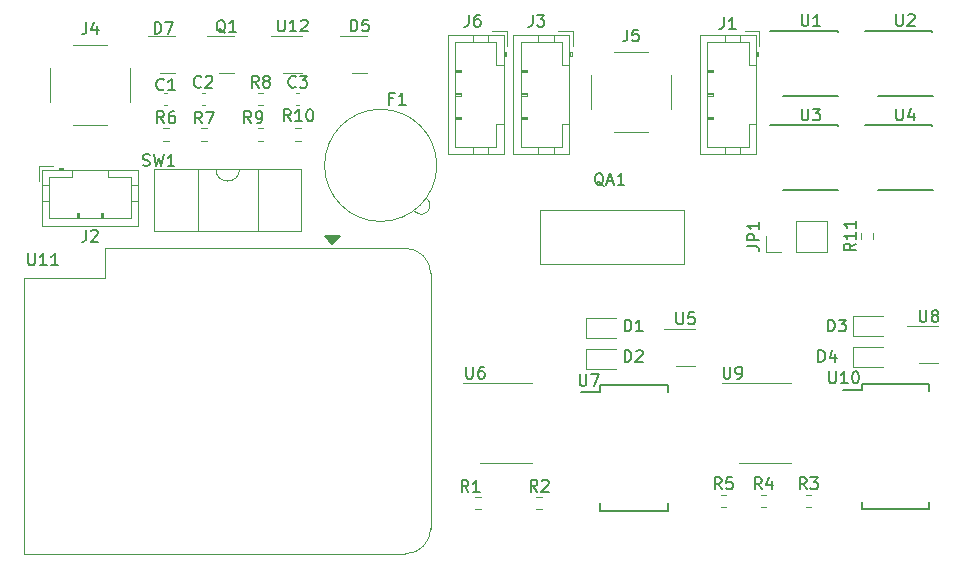
<source format=gbr>
%TF.GenerationSoftware,KiCad,Pcbnew,(6.0.7)*%
%TF.CreationDate,2023-09-13T17:05:02+02:00*%
%TF.ProjectId,freqcount1.1,66726571-636f-4756-9e74-312e312e6b69,rev?*%
%TF.SameCoordinates,PX2562500PY632ea00*%
%TF.FileFunction,Legend,Top*%
%TF.FilePolarity,Positive*%
%FSLAX46Y46*%
G04 Gerber Fmt 4.6, Leading zero omitted, Abs format (unit mm)*
G04 Created by KiCad (PCBNEW (6.0.7)) date 2023-09-13 17:05:02*
%MOMM*%
%LPD*%
G01*
G04 APERTURE LIST*
%ADD10C,0.150000*%
%ADD11C,0.120000*%
G04 APERTURE END LIST*
D10*
%TO.C,D2*%
X51261904Y17147620D02*
X51261904Y18147620D01*
X51500000Y18147620D01*
X51642857Y18100000D01*
X51738095Y18004762D01*
X51785714Y17909524D01*
X51833333Y17719048D01*
X51833333Y17576191D01*
X51785714Y17385715D01*
X51738095Y17290477D01*
X51642857Y17195239D01*
X51500000Y17147620D01*
X51261904Y17147620D01*
X52214285Y18052381D02*
X52261904Y18100000D01*
X52357142Y18147620D01*
X52595238Y18147620D01*
X52690476Y18100000D01*
X52738095Y18052381D01*
X52785714Y17957143D01*
X52785714Y17861905D01*
X52738095Y17719048D01*
X52166666Y17147620D01*
X52785714Y17147620D01*
%TO.C,R5*%
X59458333Y6377620D02*
X59125000Y6853810D01*
X58886904Y6377620D02*
X58886904Y7377620D01*
X59267857Y7377620D01*
X59363095Y7330000D01*
X59410714Y7282381D01*
X59458333Y7187143D01*
X59458333Y7044286D01*
X59410714Y6949048D01*
X59363095Y6901429D01*
X59267857Y6853810D01*
X58886904Y6853810D01*
X60363095Y7377620D02*
X59886904Y7377620D01*
X59839285Y6901429D01*
X59886904Y6949048D01*
X59982142Y6996667D01*
X60220238Y6996667D01*
X60315476Y6949048D01*
X60363095Y6901429D01*
X60410714Y6806191D01*
X60410714Y6568096D01*
X60363095Y6472858D01*
X60315476Y6425239D01*
X60220238Y6377620D01*
X59982142Y6377620D01*
X59886904Y6425239D01*
X59839285Y6472858D01*
%TO.C,U5*%
X55638095Y21347620D02*
X55638095Y20538096D01*
X55685714Y20442858D01*
X55733333Y20395239D01*
X55828571Y20347620D01*
X56019047Y20347620D01*
X56114285Y20395239D01*
X56161904Y20442858D01*
X56209523Y20538096D01*
X56209523Y21347620D01*
X57161904Y21347620D02*
X56685714Y21347620D01*
X56638095Y20871429D01*
X56685714Y20919048D01*
X56780952Y20966667D01*
X57019047Y20966667D01*
X57114285Y20919048D01*
X57161904Y20871429D01*
X57209523Y20776191D01*
X57209523Y20538096D01*
X57161904Y20442858D01*
X57114285Y20395239D01*
X57019047Y20347620D01*
X56780952Y20347620D01*
X56685714Y20395239D01*
X56638095Y20442858D01*
%TO.C,U12*%
X21899404Y46147620D02*
X21899404Y45338096D01*
X21947023Y45242858D01*
X21994642Y45195239D01*
X22089880Y45147620D01*
X22280357Y45147620D01*
X22375595Y45195239D01*
X22423214Y45242858D01*
X22470833Y45338096D01*
X22470833Y46147620D01*
X23470833Y45147620D02*
X22899404Y45147620D01*
X23185119Y45147620D02*
X23185119Y46147620D01*
X23089880Y46004762D01*
X22994642Y45909524D01*
X22899404Y45861905D01*
X23851785Y46052381D02*
X23899404Y46100000D01*
X23994642Y46147620D01*
X24232738Y46147620D01*
X24327976Y46100000D01*
X24375595Y46052381D01*
X24423214Y45957143D01*
X24423214Y45861905D01*
X24375595Y45719048D01*
X23804166Y45147620D01*
X24423214Y45147620D01*
%TO.C,R2*%
X43858333Y6177620D02*
X43525000Y6653810D01*
X43286904Y6177620D02*
X43286904Y7177620D01*
X43667857Y7177620D01*
X43763095Y7130000D01*
X43810714Y7082381D01*
X43858333Y6987143D01*
X43858333Y6844286D01*
X43810714Y6749048D01*
X43763095Y6701429D01*
X43667857Y6653810D01*
X43286904Y6653810D01*
X44239285Y7082381D02*
X44286904Y7130000D01*
X44382142Y7177620D01*
X44620238Y7177620D01*
X44715476Y7130000D01*
X44763095Y7082381D01*
X44810714Y6987143D01*
X44810714Y6891905D01*
X44763095Y6749048D01*
X44191666Y6177620D01*
X44810714Y6177620D01*
%TO.C,U11*%
X761904Y26347620D02*
X761904Y25538096D01*
X809523Y25442858D01*
X857142Y25395239D01*
X952380Y25347620D01*
X1142857Y25347620D01*
X1238095Y25395239D01*
X1285714Y25442858D01*
X1333333Y25538096D01*
X1333333Y26347620D01*
X2333333Y25347620D02*
X1761904Y25347620D01*
X2047619Y25347620D02*
X2047619Y26347620D01*
X1952380Y26204762D01*
X1857142Y26109524D01*
X1761904Y26061905D01*
X3285714Y25347620D02*
X2714285Y25347620D01*
X3000000Y25347620D02*
X3000000Y26347620D01*
X2904761Y26204762D01*
X2809523Y26109524D01*
X2714285Y26061905D01*
%TO.C,JP1*%
X61647380Y26966667D02*
X62361666Y26966667D01*
X62504523Y26919048D01*
X62599761Y26823810D01*
X62647380Y26680953D01*
X62647380Y26585715D01*
X62647380Y27442858D02*
X61647380Y27442858D01*
X61647380Y27823810D01*
X61695000Y27919048D01*
X61742619Y27966667D01*
X61837857Y28014286D01*
X61980714Y28014286D01*
X62075952Y27966667D01*
X62123571Y27919048D01*
X62171190Y27823810D01*
X62171190Y27442858D01*
X62647380Y28966667D02*
X62647380Y28395239D01*
X62647380Y28680953D02*
X61647380Y28680953D01*
X61790238Y28585715D01*
X61885476Y28490477D01*
X61933095Y28395239D01*
%TO.C,R3*%
X66658333Y6377620D02*
X66325000Y6853810D01*
X66086904Y6377620D02*
X66086904Y7377620D01*
X66467857Y7377620D01*
X66563095Y7330000D01*
X66610714Y7282381D01*
X66658333Y7187143D01*
X66658333Y7044286D01*
X66610714Y6949048D01*
X66563095Y6901429D01*
X66467857Y6853810D01*
X66086904Y6853810D01*
X66991666Y7377620D02*
X67610714Y7377620D01*
X67277380Y6996667D01*
X67420238Y6996667D01*
X67515476Y6949048D01*
X67563095Y6901429D01*
X67610714Y6806191D01*
X67610714Y6568096D01*
X67563095Y6472858D01*
X67515476Y6425239D01*
X67420238Y6377620D01*
X67134523Y6377620D01*
X67039285Y6425239D01*
X66991666Y6472858D01*
%TO.C,J2*%
X5666666Y28347620D02*
X5666666Y27633334D01*
X5619047Y27490477D01*
X5523809Y27395239D01*
X5380952Y27347620D01*
X5285714Y27347620D01*
X6095238Y28252381D02*
X6142857Y28300000D01*
X6238095Y28347620D01*
X6476190Y28347620D01*
X6571428Y28300000D01*
X6619047Y28252381D01*
X6666666Y28157143D01*
X6666666Y28061905D01*
X6619047Y27919048D01*
X6047619Y27347620D01*
X6666666Y27347620D01*
%TO.C,C1*%
X12233333Y40242858D02*
X12185714Y40195239D01*
X12042857Y40147620D01*
X11947619Y40147620D01*
X11804761Y40195239D01*
X11709523Y40290477D01*
X11661904Y40385715D01*
X11614285Y40576191D01*
X11614285Y40719048D01*
X11661904Y40909524D01*
X11709523Y41004762D01*
X11804761Y41100000D01*
X11947619Y41147620D01*
X12042857Y41147620D01*
X12185714Y41100000D01*
X12233333Y41052381D01*
X13185714Y40147620D02*
X12614285Y40147620D01*
X12900000Y40147620D02*
X12900000Y41147620D01*
X12804761Y41004762D01*
X12709523Y40909524D01*
X12614285Y40861905D01*
%TO.C,J6*%
X38066666Y46547620D02*
X38066666Y45833334D01*
X38019047Y45690477D01*
X37923809Y45595239D01*
X37780952Y45547620D01*
X37685714Y45547620D01*
X38971428Y46547620D02*
X38780952Y46547620D01*
X38685714Y46500000D01*
X38638095Y46452381D01*
X38542857Y46309524D01*
X38495238Y46119048D01*
X38495238Y45738096D01*
X38542857Y45642858D01*
X38590476Y45595239D01*
X38685714Y45547620D01*
X38876190Y45547620D01*
X38971428Y45595239D01*
X39019047Y45642858D01*
X39066666Y45738096D01*
X39066666Y45976191D01*
X39019047Y46071429D01*
X38971428Y46119048D01*
X38876190Y46166667D01*
X38685714Y46166667D01*
X38590476Y46119048D01*
X38542857Y46071429D01*
X38495238Y45976191D01*
%TO.C,J4*%
X5666666Y45897620D02*
X5666666Y45183334D01*
X5619047Y45040477D01*
X5523809Y44945239D01*
X5380952Y44897620D01*
X5285714Y44897620D01*
X6571428Y45564286D02*
X6571428Y44897620D01*
X6333333Y45945239D02*
X6095238Y45230953D01*
X6714285Y45230953D01*
%TO.C,J3*%
X43466666Y46547620D02*
X43466666Y45833334D01*
X43419047Y45690477D01*
X43323809Y45595239D01*
X43180952Y45547620D01*
X43085714Y45547620D01*
X43847619Y46547620D02*
X44466666Y46547620D01*
X44133333Y46166667D01*
X44276190Y46166667D01*
X44371428Y46119048D01*
X44419047Y46071429D01*
X44466666Y45976191D01*
X44466666Y45738096D01*
X44419047Y45642858D01*
X44371428Y45595239D01*
X44276190Y45547620D01*
X43990476Y45547620D01*
X43895238Y45595239D01*
X43847619Y45642858D01*
%TO.C,U6*%
X37838095Y16747620D02*
X37838095Y15938096D01*
X37885714Y15842858D01*
X37933333Y15795239D01*
X38028571Y15747620D01*
X38219047Y15747620D01*
X38314285Y15795239D01*
X38361904Y15842858D01*
X38409523Y15938096D01*
X38409523Y16747620D01*
X39314285Y16747620D02*
X39123809Y16747620D01*
X39028571Y16700000D01*
X38980952Y16652381D01*
X38885714Y16509524D01*
X38838095Y16319048D01*
X38838095Y15938096D01*
X38885714Y15842858D01*
X38933333Y15795239D01*
X39028571Y15747620D01*
X39219047Y15747620D01*
X39314285Y15795239D01*
X39361904Y15842858D01*
X39409523Y15938096D01*
X39409523Y16176191D01*
X39361904Y16271429D01*
X39314285Y16319048D01*
X39219047Y16366667D01*
X39028571Y16366667D01*
X38933333Y16319048D01*
X38885714Y16271429D01*
X38838095Y16176191D01*
%TO.C,QA1*%
X49476190Y32052381D02*
X49380952Y32100000D01*
X49285714Y32195239D01*
X49142857Y32338096D01*
X49047619Y32385715D01*
X48952380Y32385715D01*
X49000000Y32147620D02*
X48904761Y32195239D01*
X48809523Y32290477D01*
X48761904Y32480953D01*
X48761904Y32814286D01*
X48809523Y33004762D01*
X48904761Y33100000D01*
X49000000Y33147620D01*
X49190476Y33147620D01*
X49285714Y33100000D01*
X49380952Y33004762D01*
X49428571Y32814286D01*
X49428571Y32480953D01*
X49380952Y32290477D01*
X49285714Y32195239D01*
X49190476Y32147620D01*
X49000000Y32147620D01*
X49809523Y32433334D02*
X50285714Y32433334D01*
X49714285Y32147620D02*
X50047619Y33147620D01*
X50380952Y32147620D01*
X51238095Y32147620D02*
X50666666Y32147620D01*
X50952380Y32147620D02*
X50952380Y33147620D01*
X50857142Y33004762D01*
X50761904Y32909524D01*
X50666666Y32861905D01*
%TO.C,R6*%
X12258333Y37377620D02*
X11925000Y37853810D01*
X11686904Y37377620D02*
X11686904Y38377620D01*
X12067857Y38377620D01*
X12163095Y38330000D01*
X12210714Y38282381D01*
X12258333Y38187143D01*
X12258333Y38044286D01*
X12210714Y37949048D01*
X12163095Y37901429D01*
X12067857Y37853810D01*
X11686904Y37853810D01*
X13115476Y38377620D02*
X12925000Y38377620D01*
X12829761Y38330000D01*
X12782142Y38282381D01*
X12686904Y38139524D01*
X12639285Y37949048D01*
X12639285Y37568096D01*
X12686904Y37472858D01*
X12734523Y37425239D01*
X12829761Y37377620D01*
X13020238Y37377620D01*
X13115476Y37425239D01*
X13163095Y37472858D01*
X13210714Y37568096D01*
X13210714Y37806191D01*
X13163095Y37901429D01*
X13115476Y37949048D01*
X13020238Y37996667D01*
X12829761Y37996667D01*
X12734523Y37949048D01*
X12686904Y37901429D01*
X12639285Y37806191D01*
%TO.C,U1*%
X66238095Y46597620D02*
X66238095Y45788096D01*
X66285714Y45692858D01*
X66333333Y45645239D01*
X66428571Y45597620D01*
X66619047Y45597620D01*
X66714285Y45645239D01*
X66761904Y45692858D01*
X66809523Y45788096D01*
X66809523Y46597620D01*
X67809523Y45597620D02*
X67238095Y45597620D01*
X67523809Y45597620D02*
X67523809Y46597620D01*
X67428571Y46454762D01*
X67333333Y46359524D01*
X67238095Y46311905D01*
%TO.C,U8*%
X76238095Y21547620D02*
X76238095Y20738096D01*
X76285714Y20642858D01*
X76333333Y20595239D01*
X76428571Y20547620D01*
X76619047Y20547620D01*
X76714285Y20595239D01*
X76761904Y20642858D01*
X76809523Y20738096D01*
X76809523Y21547620D01*
X77428571Y21119048D02*
X77333333Y21166667D01*
X77285714Y21214286D01*
X77238095Y21309524D01*
X77238095Y21357143D01*
X77285714Y21452381D01*
X77333333Y21500000D01*
X77428571Y21547620D01*
X77619047Y21547620D01*
X77714285Y21500000D01*
X77761904Y21452381D01*
X77809523Y21357143D01*
X77809523Y21309524D01*
X77761904Y21214286D01*
X77714285Y21166667D01*
X77619047Y21119048D01*
X77428571Y21119048D01*
X77333333Y21071429D01*
X77285714Y21023810D01*
X77238095Y20928572D01*
X77238095Y20738096D01*
X77285714Y20642858D01*
X77333333Y20595239D01*
X77428571Y20547620D01*
X77619047Y20547620D01*
X77714285Y20595239D01*
X77761904Y20642858D01*
X77809523Y20738096D01*
X77809523Y20928572D01*
X77761904Y21023810D01*
X77714285Y21071429D01*
X77619047Y21119048D01*
%TO.C,U7*%
X47438095Y16147620D02*
X47438095Y15338096D01*
X47485714Y15242858D01*
X47533333Y15195239D01*
X47628571Y15147620D01*
X47819047Y15147620D01*
X47914285Y15195239D01*
X47961904Y15242858D01*
X48009523Y15338096D01*
X48009523Y16147620D01*
X48390476Y16147620D02*
X49057142Y16147620D01*
X48628571Y15147620D01*
%TO.C,D7*%
X11461904Y44947620D02*
X11461904Y45947620D01*
X11700000Y45947620D01*
X11842857Y45900000D01*
X11938095Y45804762D01*
X11985714Y45709524D01*
X12033333Y45519048D01*
X12033333Y45376191D01*
X11985714Y45185715D01*
X11938095Y45090477D01*
X11842857Y44995239D01*
X11700000Y44947620D01*
X11461904Y44947620D01*
X12366666Y45947620D02*
X13033333Y45947620D01*
X12604761Y44947620D01*
%TO.C,J5*%
X51466666Y45297620D02*
X51466666Y44583334D01*
X51419047Y44440477D01*
X51323809Y44345239D01*
X51180952Y44297620D01*
X51085714Y44297620D01*
X52419047Y45297620D02*
X51942857Y45297620D01*
X51895238Y44821429D01*
X51942857Y44869048D01*
X52038095Y44916667D01*
X52276190Y44916667D01*
X52371428Y44869048D01*
X52419047Y44821429D01*
X52466666Y44726191D01*
X52466666Y44488096D01*
X52419047Y44392858D01*
X52371428Y44345239D01*
X52276190Y44297620D01*
X52038095Y44297620D01*
X51942857Y44345239D01*
X51895238Y44392858D01*
%TO.C,C2*%
X15408333Y40472858D02*
X15360714Y40425239D01*
X15217857Y40377620D01*
X15122619Y40377620D01*
X14979761Y40425239D01*
X14884523Y40520477D01*
X14836904Y40615715D01*
X14789285Y40806191D01*
X14789285Y40949048D01*
X14836904Y41139524D01*
X14884523Y41234762D01*
X14979761Y41330000D01*
X15122619Y41377620D01*
X15217857Y41377620D01*
X15360714Y41330000D01*
X15408333Y41282381D01*
X15789285Y41282381D02*
X15836904Y41330000D01*
X15932142Y41377620D01*
X16170238Y41377620D01*
X16265476Y41330000D01*
X16313095Y41282381D01*
X16360714Y41187143D01*
X16360714Y41091905D01*
X16313095Y40949048D01*
X15741666Y40377620D01*
X16360714Y40377620D01*
%TO.C,U3*%
X66238095Y38597620D02*
X66238095Y37788096D01*
X66285714Y37692858D01*
X66333333Y37645239D01*
X66428571Y37597620D01*
X66619047Y37597620D01*
X66714285Y37645239D01*
X66761904Y37692858D01*
X66809523Y37788096D01*
X66809523Y38597620D01*
X67190476Y38597620D02*
X67809523Y38597620D01*
X67476190Y38216667D01*
X67619047Y38216667D01*
X67714285Y38169048D01*
X67761904Y38121429D01*
X67809523Y38026191D01*
X67809523Y37788096D01*
X67761904Y37692858D01*
X67714285Y37645239D01*
X67619047Y37597620D01*
X67333333Y37597620D01*
X67238095Y37645239D01*
X67190476Y37692858D01*
%TO.C,D5*%
X28061904Y45147620D02*
X28061904Y46147620D01*
X28300000Y46147620D01*
X28442857Y46100000D01*
X28538095Y46004762D01*
X28585714Y45909524D01*
X28633333Y45719048D01*
X28633333Y45576191D01*
X28585714Y45385715D01*
X28538095Y45290477D01*
X28442857Y45195239D01*
X28300000Y45147620D01*
X28061904Y45147620D01*
X29538095Y46147620D02*
X29061904Y46147620D01*
X29014285Y45671429D01*
X29061904Y45719048D01*
X29157142Y45766667D01*
X29395238Y45766667D01*
X29490476Y45719048D01*
X29538095Y45671429D01*
X29585714Y45576191D01*
X29585714Y45338096D01*
X29538095Y45242858D01*
X29490476Y45195239D01*
X29395238Y45147620D01*
X29157142Y45147620D01*
X29061904Y45195239D01*
X29014285Y45242858D01*
%TO.C,U9*%
X59638095Y16747620D02*
X59638095Y15938096D01*
X59685714Y15842858D01*
X59733333Y15795239D01*
X59828571Y15747620D01*
X60019047Y15747620D01*
X60114285Y15795239D01*
X60161904Y15842858D01*
X60209523Y15938096D01*
X60209523Y16747620D01*
X60733333Y15747620D02*
X60923809Y15747620D01*
X61019047Y15795239D01*
X61066666Y15842858D01*
X61161904Y15985715D01*
X61209523Y16176191D01*
X61209523Y16557143D01*
X61161904Y16652381D01*
X61114285Y16700000D01*
X61019047Y16747620D01*
X60828571Y16747620D01*
X60733333Y16700000D01*
X60685714Y16652381D01*
X60638095Y16557143D01*
X60638095Y16319048D01*
X60685714Y16223810D01*
X60733333Y16176191D01*
X60828571Y16128572D01*
X61019047Y16128572D01*
X61114285Y16176191D01*
X61161904Y16223810D01*
X61209523Y16319048D01*
%TO.C,U2*%
X74238095Y46597620D02*
X74238095Y45788096D01*
X74285714Y45692858D01*
X74333333Y45645239D01*
X74428571Y45597620D01*
X74619047Y45597620D01*
X74714285Y45645239D01*
X74761904Y45692858D01*
X74809523Y45788096D01*
X74809523Y46597620D01*
X75238095Y46502381D02*
X75285714Y46550000D01*
X75380952Y46597620D01*
X75619047Y46597620D01*
X75714285Y46550000D01*
X75761904Y46502381D01*
X75809523Y46407143D01*
X75809523Y46311905D01*
X75761904Y46169048D01*
X75190476Y45597620D01*
X75809523Y45597620D01*
%TO.C,U4*%
X74238095Y38597620D02*
X74238095Y37788096D01*
X74285714Y37692858D01*
X74333333Y37645239D01*
X74428571Y37597620D01*
X74619047Y37597620D01*
X74714285Y37645239D01*
X74761904Y37692858D01*
X74809523Y37788096D01*
X74809523Y38597620D01*
X75714285Y38264286D02*
X75714285Y37597620D01*
X75476190Y38645239D02*
X75238095Y37930953D01*
X75857142Y37930953D01*
%TO.C,R11*%
X70822380Y27182143D02*
X70346190Y26848810D01*
X70822380Y26610715D02*
X69822380Y26610715D01*
X69822380Y26991667D01*
X69870000Y27086905D01*
X69917619Y27134524D01*
X70012857Y27182143D01*
X70155714Y27182143D01*
X70250952Y27134524D01*
X70298571Y27086905D01*
X70346190Y26991667D01*
X70346190Y26610715D01*
X70822380Y28134524D02*
X70822380Y27563096D01*
X70822380Y27848810D02*
X69822380Y27848810D01*
X69965238Y27753572D01*
X70060476Y27658334D01*
X70108095Y27563096D01*
X70822380Y29086905D02*
X70822380Y28515477D01*
X70822380Y28801191D02*
X69822380Y28801191D01*
X69965238Y28705953D01*
X70060476Y28610715D01*
X70108095Y28515477D01*
%TO.C,R4*%
X62858333Y6377620D02*
X62525000Y6853810D01*
X62286904Y6377620D02*
X62286904Y7377620D01*
X62667857Y7377620D01*
X62763095Y7330000D01*
X62810714Y7282381D01*
X62858333Y7187143D01*
X62858333Y7044286D01*
X62810714Y6949048D01*
X62763095Y6901429D01*
X62667857Y6853810D01*
X62286904Y6853810D01*
X63715476Y7044286D02*
X63715476Y6377620D01*
X63477380Y7425239D02*
X63239285Y6710953D01*
X63858333Y6710953D01*
%TO.C,D1*%
X51261904Y19747620D02*
X51261904Y20747620D01*
X51500000Y20747620D01*
X51642857Y20700000D01*
X51738095Y20604762D01*
X51785714Y20509524D01*
X51833333Y20319048D01*
X51833333Y20176191D01*
X51785714Y19985715D01*
X51738095Y19890477D01*
X51642857Y19795239D01*
X51500000Y19747620D01*
X51261904Y19747620D01*
X52785714Y19747620D02*
X52214285Y19747620D01*
X52500000Y19747620D02*
X52500000Y20747620D01*
X52404761Y20604762D01*
X52309523Y20509524D01*
X52214285Y20461905D01*
%TO.C,R10*%
X22982142Y37547620D02*
X22648809Y38023810D01*
X22410714Y37547620D02*
X22410714Y38547620D01*
X22791666Y38547620D01*
X22886904Y38500000D01*
X22934523Y38452381D01*
X22982142Y38357143D01*
X22982142Y38214286D01*
X22934523Y38119048D01*
X22886904Y38071429D01*
X22791666Y38023810D01*
X22410714Y38023810D01*
X23934523Y37547620D02*
X23363095Y37547620D01*
X23648809Y37547620D02*
X23648809Y38547620D01*
X23553571Y38404762D01*
X23458333Y38309524D01*
X23363095Y38261905D01*
X24553571Y38547620D02*
X24648809Y38547620D01*
X24744047Y38500000D01*
X24791666Y38452381D01*
X24839285Y38357143D01*
X24886904Y38166667D01*
X24886904Y37928572D01*
X24839285Y37738096D01*
X24791666Y37642858D01*
X24744047Y37595239D01*
X24648809Y37547620D01*
X24553571Y37547620D01*
X24458333Y37595239D01*
X24410714Y37642858D01*
X24363095Y37738096D01*
X24315476Y37928572D01*
X24315476Y38166667D01*
X24363095Y38357143D01*
X24410714Y38452381D01*
X24458333Y38500000D01*
X24553571Y38547620D01*
%TO.C,U10*%
X68561904Y16347620D02*
X68561904Y15538096D01*
X68609523Y15442858D01*
X68657142Y15395239D01*
X68752380Y15347620D01*
X68942857Y15347620D01*
X69038095Y15395239D01*
X69085714Y15442858D01*
X69133333Y15538096D01*
X69133333Y16347620D01*
X70133333Y15347620D02*
X69561904Y15347620D01*
X69847619Y15347620D02*
X69847619Y16347620D01*
X69752380Y16204762D01*
X69657142Y16109524D01*
X69561904Y16061905D01*
X70752380Y16347620D02*
X70847619Y16347620D01*
X70942857Y16300000D01*
X70990476Y16252381D01*
X71038095Y16157143D01*
X71085714Y15966667D01*
X71085714Y15728572D01*
X71038095Y15538096D01*
X70990476Y15442858D01*
X70942857Y15395239D01*
X70847619Y15347620D01*
X70752380Y15347620D01*
X70657142Y15395239D01*
X70609523Y15442858D01*
X70561904Y15538096D01*
X70514285Y15728572D01*
X70514285Y15966667D01*
X70561904Y16157143D01*
X70609523Y16252381D01*
X70657142Y16300000D01*
X70752380Y16347620D01*
%TO.C,R8*%
X20258333Y40377620D02*
X19925000Y40853810D01*
X19686904Y40377620D02*
X19686904Y41377620D01*
X20067857Y41377620D01*
X20163095Y41330000D01*
X20210714Y41282381D01*
X20258333Y41187143D01*
X20258333Y41044286D01*
X20210714Y40949048D01*
X20163095Y40901429D01*
X20067857Y40853810D01*
X19686904Y40853810D01*
X20829761Y40949048D02*
X20734523Y40996667D01*
X20686904Y41044286D01*
X20639285Y41139524D01*
X20639285Y41187143D01*
X20686904Y41282381D01*
X20734523Y41330000D01*
X20829761Y41377620D01*
X21020238Y41377620D01*
X21115476Y41330000D01*
X21163095Y41282381D01*
X21210714Y41187143D01*
X21210714Y41139524D01*
X21163095Y41044286D01*
X21115476Y40996667D01*
X21020238Y40949048D01*
X20829761Y40949048D01*
X20734523Y40901429D01*
X20686904Y40853810D01*
X20639285Y40758572D01*
X20639285Y40568096D01*
X20686904Y40472858D01*
X20734523Y40425239D01*
X20829761Y40377620D01*
X21020238Y40377620D01*
X21115476Y40425239D01*
X21163095Y40472858D01*
X21210714Y40568096D01*
X21210714Y40758572D01*
X21163095Y40853810D01*
X21115476Y40901429D01*
X21020238Y40949048D01*
%TO.C,C3*%
X23408333Y40472858D02*
X23360714Y40425239D01*
X23217857Y40377620D01*
X23122619Y40377620D01*
X22979761Y40425239D01*
X22884523Y40520477D01*
X22836904Y40615715D01*
X22789285Y40806191D01*
X22789285Y40949048D01*
X22836904Y41139524D01*
X22884523Y41234762D01*
X22979761Y41330000D01*
X23122619Y41377620D01*
X23217857Y41377620D01*
X23360714Y41330000D01*
X23408333Y41282381D01*
X23741666Y41377620D02*
X24360714Y41377620D01*
X24027380Y40996667D01*
X24170238Y40996667D01*
X24265476Y40949048D01*
X24313095Y40901429D01*
X24360714Y40806191D01*
X24360714Y40568096D01*
X24313095Y40472858D01*
X24265476Y40425239D01*
X24170238Y40377620D01*
X23884523Y40377620D01*
X23789285Y40425239D01*
X23741666Y40472858D01*
%TO.C,Q1*%
X17442261Y45002381D02*
X17347023Y45050000D01*
X17251785Y45145239D01*
X17108928Y45288096D01*
X17013690Y45335715D01*
X16918452Y45335715D01*
X16966071Y45097620D02*
X16870833Y45145239D01*
X16775595Y45240477D01*
X16727976Y45430953D01*
X16727976Y45764286D01*
X16775595Y45954762D01*
X16870833Y46050000D01*
X16966071Y46097620D01*
X17156547Y46097620D01*
X17251785Y46050000D01*
X17347023Y45954762D01*
X17394642Y45764286D01*
X17394642Y45430953D01*
X17347023Y45240477D01*
X17251785Y45145239D01*
X17156547Y45097620D01*
X16966071Y45097620D01*
X18347023Y45097620D02*
X17775595Y45097620D01*
X18061309Y45097620D02*
X18061309Y46097620D01*
X17966071Y45954762D01*
X17870833Y45859524D01*
X17775595Y45811905D01*
%TO.C,SW1*%
X10466666Y33795239D02*
X10609523Y33747620D01*
X10847619Y33747620D01*
X10942857Y33795239D01*
X10990476Y33842858D01*
X11038095Y33938096D01*
X11038095Y34033334D01*
X10990476Y34128572D01*
X10942857Y34176191D01*
X10847619Y34223810D01*
X10657142Y34271429D01*
X10561904Y34319048D01*
X10514285Y34366667D01*
X10466666Y34461905D01*
X10466666Y34557143D01*
X10514285Y34652381D01*
X10561904Y34700000D01*
X10657142Y34747620D01*
X10895238Y34747620D01*
X11038095Y34700000D01*
X11371428Y34747620D02*
X11609523Y33747620D01*
X11800000Y34461905D01*
X11990476Y33747620D01*
X12228571Y34747620D01*
X13133333Y33747620D02*
X12561904Y33747620D01*
X12847619Y33747620D02*
X12847619Y34747620D01*
X12752380Y34604762D01*
X12657142Y34509524D01*
X12561904Y34461905D01*
%TO.C,J1*%
X59666666Y46347620D02*
X59666666Y45633334D01*
X59619047Y45490477D01*
X59523809Y45395239D01*
X59380952Y45347620D01*
X59285714Y45347620D01*
X60666666Y45347620D02*
X60095238Y45347620D01*
X60380952Y45347620D02*
X60380952Y46347620D01*
X60285714Y46204762D01*
X60190476Y46109524D01*
X60095238Y46061905D01*
%TO.C,R9*%
X19633333Y37377620D02*
X19300000Y37853810D01*
X19061904Y37377620D02*
X19061904Y38377620D01*
X19442857Y38377620D01*
X19538095Y38330000D01*
X19585714Y38282381D01*
X19633333Y38187143D01*
X19633333Y38044286D01*
X19585714Y37949048D01*
X19538095Y37901429D01*
X19442857Y37853810D01*
X19061904Y37853810D01*
X20109523Y37377620D02*
X20300000Y37377620D01*
X20395238Y37425239D01*
X20442857Y37472858D01*
X20538095Y37615715D01*
X20585714Y37806191D01*
X20585714Y38187143D01*
X20538095Y38282381D01*
X20490476Y38330000D01*
X20395238Y38377620D01*
X20204761Y38377620D01*
X20109523Y38330000D01*
X20061904Y38282381D01*
X20014285Y38187143D01*
X20014285Y37949048D01*
X20061904Y37853810D01*
X20109523Y37806191D01*
X20204761Y37758572D01*
X20395238Y37758572D01*
X20490476Y37806191D01*
X20538095Y37853810D01*
X20585714Y37949048D01*
%TO.C,F1*%
X31666666Y39471429D02*
X31333333Y39471429D01*
X31333333Y38947620D02*
X31333333Y39947620D01*
X31809523Y39947620D01*
X32714285Y38947620D02*
X32142857Y38947620D01*
X32428571Y38947620D02*
X32428571Y39947620D01*
X32333333Y39804762D01*
X32238095Y39709524D01*
X32142857Y39661905D01*
%TO.C,R7*%
X15458333Y37347620D02*
X15125000Y37823810D01*
X14886904Y37347620D02*
X14886904Y38347620D01*
X15267857Y38347620D01*
X15363095Y38300000D01*
X15410714Y38252381D01*
X15458333Y38157143D01*
X15458333Y38014286D01*
X15410714Y37919048D01*
X15363095Y37871429D01*
X15267857Y37823810D01*
X14886904Y37823810D01*
X15791666Y38347620D02*
X16458333Y38347620D01*
X16029761Y37347620D01*
%TO.C,R1*%
X38033333Y6147620D02*
X37700000Y6623810D01*
X37461904Y6147620D02*
X37461904Y7147620D01*
X37842857Y7147620D01*
X37938095Y7100000D01*
X37985714Y7052381D01*
X38033333Y6957143D01*
X38033333Y6814286D01*
X37985714Y6719048D01*
X37938095Y6671429D01*
X37842857Y6623810D01*
X37461904Y6623810D01*
X38985714Y6147620D02*
X38414285Y6147620D01*
X38700000Y6147620D02*
X38700000Y7147620D01*
X38604761Y7004762D01*
X38509523Y6909524D01*
X38414285Y6861905D01*
%TO.C,D4*%
X67661904Y17147620D02*
X67661904Y18147620D01*
X67900000Y18147620D01*
X68042857Y18100000D01*
X68138095Y18004762D01*
X68185714Y17909524D01*
X68233333Y17719048D01*
X68233333Y17576191D01*
X68185714Y17385715D01*
X68138095Y17290477D01*
X68042857Y17195239D01*
X67900000Y17147620D01*
X67661904Y17147620D01*
X69090476Y17814286D02*
X69090476Y17147620D01*
X68852380Y18195239D02*
X68614285Y17480953D01*
X69233333Y17480953D01*
%TO.C,D3*%
X68461904Y19747620D02*
X68461904Y20747620D01*
X68700000Y20747620D01*
X68842857Y20700000D01*
X68938095Y20604762D01*
X68985714Y20509524D01*
X69033333Y20319048D01*
X69033333Y20176191D01*
X68985714Y19985715D01*
X68938095Y19890477D01*
X68842857Y19795239D01*
X68700000Y19747620D01*
X68461904Y19747620D01*
X69366666Y20747620D02*
X69985714Y20747620D01*
X69652380Y20366667D01*
X69795238Y20366667D01*
X69890476Y20319048D01*
X69938095Y20271429D01*
X69985714Y20176191D01*
X69985714Y19938096D01*
X69938095Y19842858D01*
X69890476Y19795239D01*
X69795238Y19747620D01*
X69509523Y19747620D01*
X69414285Y19795239D01*
X69366666Y19842858D01*
D11*
%TO.C,D2*%
X47950000Y18250000D02*
X47950000Y16550000D01*
X47950000Y18250000D02*
X50500000Y18250000D01*
X47950000Y16550000D02*
X50500000Y16550000D01*
%TO.C,R5*%
X59387742Y4877500D02*
X59862258Y4877500D01*
X59387742Y5922500D02*
X59862258Y5922500D01*
%TO.C,U5*%
X56400000Y19960000D02*
X57200000Y19960000D01*
X56400000Y16840000D02*
X57200000Y16840000D01*
X56400000Y19960000D02*
X54600000Y19960000D01*
X56400000Y16840000D02*
X55600000Y16840000D01*
%TO.C,U12*%
X23137500Y41640000D02*
X23937500Y41640000D01*
X23137500Y44760000D02*
X21337500Y44760000D01*
X23137500Y41640000D02*
X22337500Y41640000D01*
X23137500Y44760000D02*
X23937500Y44760000D01*
%TO.C,R2*%
X43787742Y5722500D02*
X44262258Y5722500D01*
X43787742Y4677500D02*
X44262258Y4677500D01*
%TO.C,U11*%
X7270000Y26775000D02*
X32700000Y26775000D01*
X7270000Y26775000D02*
X7270000Y24235000D01*
X34830000Y3035000D02*
X34830000Y24645000D01*
X370000Y24235000D02*
X370000Y915000D01*
X7270000Y24235000D02*
X370000Y24235000D01*
X370000Y915000D02*
X32700000Y915000D01*
X34830000Y24645000D02*
G75*
G03*
X32700000Y26775000I-2130002J-2D01*
G01*
X32700000Y915000D02*
G75*
G03*
X34830000Y3045000I0J2130000D01*
G01*
G36*
X26490000Y27180000D02*
G01*
X25855000Y27815000D01*
X27125000Y27815000D01*
X26490000Y27180000D01*
G37*
D10*
X26490000Y27180000D02*
X25855000Y27815000D01*
X27125000Y27815000D01*
X26490000Y27180000D01*
D11*
%TO.C,JP1*%
X65795000Y26470000D02*
X65795000Y29130000D01*
X64525000Y26470000D02*
X63195000Y26470000D01*
X68395000Y26470000D02*
X68395000Y29130000D01*
X65795000Y29130000D02*
X68395000Y29130000D01*
X65795000Y26470000D02*
X68395000Y26470000D01*
X63195000Y26470000D02*
X63195000Y27800000D01*
%TO.C,R3*%
X66587742Y4877500D02*
X67062258Y4877500D01*
X66587742Y5922500D02*
X67062258Y5922500D01*
%TO.C,J2*%
X7100000Y29800000D02*
X7100000Y29300000D01*
X1940000Y30800000D02*
X2550000Y30800000D01*
X1940000Y28690000D02*
X10060000Y28690000D01*
X4500000Y33410000D02*
X4500000Y32800000D01*
X6900000Y29300000D02*
X6900000Y29800000D01*
X10060000Y30800000D02*
X9450000Y30800000D01*
X3700000Y33510000D02*
X3400000Y33510000D01*
X10060000Y32100000D02*
X9450000Y32100000D01*
X1940000Y32100000D02*
X2550000Y32100000D01*
X4500000Y32800000D02*
X2550000Y32800000D01*
X2550000Y32800000D02*
X2550000Y29300000D01*
X5000000Y29300000D02*
X5000000Y29800000D01*
X6900000Y29800000D02*
X7100000Y29800000D01*
X1640000Y33710000D02*
X1640000Y32460000D01*
X3700000Y33610000D02*
X3400000Y33610000D01*
X10060000Y28690000D02*
X10060000Y33410000D01*
X2890000Y33710000D02*
X1640000Y33710000D01*
X7500000Y32800000D02*
X7500000Y33410000D01*
X5100000Y29800000D02*
X5100000Y29300000D01*
X4900000Y29300000D02*
X4900000Y29800000D01*
X1940000Y33410000D02*
X1940000Y28690000D01*
X9450000Y32800000D02*
X7500000Y32800000D01*
X4900000Y29800000D02*
X5100000Y29800000D01*
X7000000Y29300000D02*
X7000000Y29800000D01*
X10060000Y33410000D02*
X1940000Y33410000D01*
X3400000Y33610000D02*
X3400000Y33410000D01*
X3700000Y33410000D02*
X3700000Y33610000D01*
X9450000Y29300000D02*
X9450000Y32800000D01*
X2550000Y29300000D02*
X9450000Y29300000D01*
%TO.C,C1*%
X12234420Y38890000D02*
X12515580Y38890000D01*
X12234420Y39910000D02*
X12515580Y39910000D01*
%TO.C,J6*%
X36900000Y41800000D02*
X37400000Y41800000D01*
X37400000Y37900000D02*
X37400000Y37700000D01*
X41010000Y43100000D02*
X41210000Y43100000D01*
X40400000Y37300000D02*
X41010000Y37300000D01*
X38400000Y44860000D02*
X38400000Y44250000D01*
X36900000Y35350000D02*
X40400000Y35350000D01*
X40400000Y35350000D02*
X40400000Y37300000D01*
X36900000Y41900000D02*
X37400000Y41900000D01*
X37400000Y41700000D02*
X36900000Y41700000D01*
X37400000Y41900000D02*
X37400000Y41700000D01*
X41310000Y43910000D02*
X41310000Y45160000D01*
X36290000Y34740000D02*
X41010000Y34740000D01*
X37400000Y39700000D02*
X36900000Y39700000D01*
X36900000Y37800000D02*
X37400000Y37800000D01*
X39700000Y44860000D02*
X39700000Y44250000D01*
X36900000Y37900000D02*
X37400000Y37900000D01*
X36900000Y44250000D02*
X36900000Y35350000D01*
X36900000Y39900000D02*
X37400000Y39900000D01*
X37400000Y37700000D02*
X36900000Y37700000D01*
X41010000Y34740000D02*
X41010000Y44860000D01*
X41310000Y45160000D02*
X40060000Y45160000D01*
X36900000Y39800000D02*
X37400000Y39800000D01*
X40400000Y44250000D02*
X36900000Y44250000D01*
X40400000Y42300000D02*
X40400000Y44250000D01*
X39700000Y34740000D02*
X39700000Y35350000D01*
X41210000Y43400000D02*
X41010000Y43400000D01*
X37400000Y39900000D02*
X37400000Y39700000D01*
X41010000Y44860000D02*
X36290000Y44860000D01*
X41010000Y42300000D02*
X40400000Y42300000D01*
X36290000Y44860000D02*
X36290000Y34740000D01*
X41110000Y43100000D02*
X41110000Y43400000D01*
X38400000Y34740000D02*
X38400000Y35350000D01*
X41210000Y43100000D02*
X41210000Y43400000D01*
%TO.C,J4*%
X4550000Y37245000D02*
X7450000Y37245000D01*
X2645000Y42050000D02*
X2645000Y39150000D01*
X4550000Y43955000D02*
X7450000Y43955000D01*
X9355000Y42050000D02*
X9355000Y39150000D01*
%TO.C,J3*%
X45950000Y44250000D02*
X42450000Y44250000D01*
X46760000Y43100000D02*
X46760000Y43400000D01*
X41840000Y44860000D02*
X41840000Y34740000D01*
X42450000Y37900000D02*
X42950000Y37900000D01*
X42450000Y44250000D02*
X42450000Y35350000D01*
X45950000Y37300000D02*
X46560000Y37300000D01*
X42950000Y37900000D02*
X42950000Y37700000D01*
X46560000Y34740000D02*
X46560000Y44860000D01*
X46560000Y43100000D02*
X46760000Y43100000D01*
X42450000Y37800000D02*
X42950000Y37800000D01*
X45950000Y35350000D02*
X45950000Y37300000D01*
X46760000Y43400000D02*
X46560000Y43400000D01*
X43950000Y34740000D02*
X43950000Y35350000D01*
X42950000Y41700000D02*
X42450000Y41700000D01*
X42950000Y39900000D02*
X42950000Y39700000D01*
X42450000Y35350000D02*
X45950000Y35350000D01*
X45250000Y44860000D02*
X45250000Y44250000D01*
X46560000Y44860000D02*
X41840000Y44860000D01*
X42950000Y39700000D02*
X42450000Y39700000D01*
X42450000Y39900000D02*
X42950000Y39900000D01*
X45250000Y34740000D02*
X45250000Y35350000D01*
X42950000Y37700000D02*
X42450000Y37700000D01*
X46860000Y45160000D02*
X45610000Y45160000D01*
X42450000Y41800000D02*
X42950000Y41800000D01*
X41840000Y34740000D02*
X46560000Y34740000D01*
X45950000Y42300000D02*
X45950000Y44250000D01*
X46560000Y42300000D02*
X45950000Y42300000D01*
X46660000Y43100000D02*
X46660000Y43400000D01*
X42450000Y41900000D02*
X42950000Y41900000D01*
X43950000Y44860000D02*
X43950000Y44250000D01*
X42450000Y39800000D02*
X42950000Y39800000D01*
X46860000Y43910000D02*
X46860000Y45160000D01*
X42950000Y41900000D02*
X42950000Y41700000D01*
%TO.C,U6*%
X41200000Y8615000D02*
X39000000Y8615000D01*
X41200000Y15385000D02*
X37600000Y15385000D01*
X41200000Y8615000D02*
X43400000Y8615000D01*
X41200000Y15385000D02*
X43400000Y15385000D01*
%TO.C,QA1*%
X44073000Y30001000D02*
X56265000Y30001000D01*
X56265000Y30001000D02*
X56265000Y25429000D01*
X56265000Y25429000D02*
X44073000Y25429000D01*
X44073000Y25429000D02*
X44073000Y30001000D01*
%TO.C,R6*%
X12187742Y35877500D02*
X12662258Y35877500D01*
X12187742Y36922500D02*
X12662258Y36922500D01*
D10*
%TO.C,U1*%
X64675000Y39675000D02*
X64675000Y39700000D01*
X69300000Y45200000D02*
X69300000Y45100000D01*
X69325000Y39675000D02*
X69325000Y39700000D01*
X63600000Y45200000D02*
X69300000Y45200000D01*
X64675000Y39675000D02*
X69325000Y39675000D01*
D11*
%TO.C,U8*%
X77000000Y17040000D02*
X76200000Y17040000D01*
X77000000Y17040000D02*
X77800000Y17040000D01*
X77000000Y20160000D02*
X75200000Y20160000D01*
X77000000Y20160000D02*
X77800000Y20160000D01*
D10*
%TO.C,U7*%
X49145000Y4575000D02*
X49145000Y5225000D01*
X49145000Y15225000D02*
X54895000Y15225000D01*
X49145000Y4575000D02*
X54895000Y4575000D01*
X54895000Y4575000D02*
X54895000Y5225000D01*
X54895000Y15225000D02*
X54895000Y14575000D01*
X49145000Y15225000D02*
X49145000Y14650000D01*
X49145000Y14650000D02*
X47545000Y14650000D01*
D11*
%TO.C,D7*%
X12537500Y41590000D02*
X13187500Y41590000D01*
X12537500Y44710000D02*
X10862500Y44710000D01*
X12537500Y44710000D02*
X13187500Y44710000D01*
X12537500Y41590000D02*
X11887500Y41590000D01*
%TO.C,J5*%
X50350000Y43355000D02*
X53250000Y43355000D01*
X55155000Y41450000D02*
X55155000Y38550000D01*
X50350000Y36645000D02*
X53250000Y36645000D01*
X48445000Y41450000D02*
X48445000Y38550000D01*
%TO.C,C2*%
X15434420Y39910000D02*
X15715580Y39910000D01*
X15434420Y38890000D02*
X15715580Y38890000D01*
D10*
%TO.C,U3*%
X69300000Y37200000D02*
X69300000Y37100000D01*
X63600000Y37200000D02*
X69300000Y37200000D01*
X64675000Y31675000D02*
X64675000Y31700000D01*
X69325000Y31675000D02*
X69325000Y31700000D01*
X64675000Y31675000D02*
X69325000Y31675000D01*
D11*
%TO.C,D5*%
X28800000Y41640000D02*
X28150000Y41640000D01*
X28800000Y44760000D02*
X29450000Y44760000D01*
X28800000Y41640000D02*
X29450000Y41640000D01*
X28800000Y44760000D02*
X27125000Y44760000D01*
%TO.C,U9*%
X63100000Y15385000D02*
X59500000Y15385000D01*
X63100000Y8615000D02*
X65300000Y8615000D01*
X63100000Y8615000D02*
X60900000Y8615000D01*
X63100000Y15385000D02*
X65300000Y15385000D01*
D10*
%TO.C,U2*%
X77325000Y39675000D02*
X77325000Y39700000D01*
X72675000Y39675000D02*
X77325000Y39675000D01*
X72675000Y39675000D02*
X72675000Y39700000D01*
X77300000Y45200000D02*
X77300000Y45100000D01*
X71600000Y45200000D02*
X77300000Y45200000D01*
%TO.C,U4*%
X77325000Y31675000D02*
X77325000Y31700000D01*
X77300000Y37200000D02*
X77300000Y37100000D01*
X71600000Y37200000D02*
X77300000Y37200000D01*
X72675000Y31675000D02*
X72675000Y31700000D01*
X72675000Y31675000D02*
X77325000Y31675000D01*
D11*
%TO.C,R11*%
X72322500Y27587742D02*
X72322500Y28062258D01*
X71277500Y27587742D02*
X71277500Y28062258D01*
%TO.C,R4*%
X62787742Y5922500D02*
X63262258Y5922500D01*
X62787742Y4877500D02*
X63262258Y4877500D01*
%TO.C,D1*%
X47950000Y20850000D02*
X47950000Y19150000D01*
X47950000Y20850000D02*
X50500000Y20850000D01*
X47950000Y19150000D02*
X50500000Y19150000D01*
%TO.C,R10*%
X23862258Y36922500D02*
X23387742Y36922500D01*
X23862258Y35877500D02*
X23387742Y35877500D01*
D10*
%TO.C,U10*%
X77065000Y15325000D02*
X77065000Y14675000D01*
X77065000Y4675000D02*
X77065000Y5325000D01*
X71315000Y4675000D02*
X77065000Y4675000D01*
X71315000Y14750000D02*
X69715000Y14750000D01*
X71315000Y15325000D02*
X71315000Y14750000D01*
X71315000Y15325000D02*
X77065000Y15325000D01*
X71315000Y4675000D02*
X71315000Y5325000D01*
D11*
%TO.C,R8*%
X20187742Y38877500D02*
X20662258Y38877500D01*
X20187742Y39922500D02*
X20662258Y39922500D01*
%TO.C,C3*%
X23434420Y38890000D02*
X23715580Y38890000D01*
X23434420Y39910000D02*
X23715580Y39910000D01*
%TO.C,Q1*%
X17537500Y41590000D02*
X18187500Y41590000D01*
X17537500Y44710000D02*
X18187500Y44710000D01*
X17537500Y41590000D02*
X16887500Y41590000D01*
X17537500Y44710000D02*
X15862500Y44710000D01*
%TO.C,SW1*%
X15110000Y33470000D02*
X15110000Y28270000D01*
X23880000Y28210000D02*
X23880000Y33530000D01*
X23880000Y33530000D02*
X11410000Y33530000D01*
X20180000Y33470000D02*
X18645000Y33470000D01*
X15110000Y28270000D02*
X20180000Y28270000D01*
X20180000Y28270000D02*
X20180000Y33470000D01*
X11410000Y33530000D02*
X11410000Y28210000D01*
X11410000Y28210000D02*
X23880000Y28210000D01*
X16645000Y33470000D02*
X15110000Y33470000D01*
X16645000Y33470000D02*
G75*
G03*
X18645000Y33470000I1000000J0D01*
G01*
%TO.C,J1*%
X58750000Y41900000D02*
X58750000Y41700000D01*
X62360000Y42300000D02*
X61750000Y42300000D01*
X58750000Y37700000D02*
X58250000Y37700000D01*
X58250000Y39800000D02*
X58750000Y39800000D01*
X58250000Y35350000D02*
X61750000Y35350000D01*
X62560000Y43400000D02*
X62360000Y43400000D01*
X62360000Y43100000D02*
X62560000Y43100000D01*
X57640000Y34740000D02*
X62360000Y34740000D01*
X58250000Y41800000D02*
X58750000Y41800000D01*
X61750000Y37300000D02*
X62360000Y37300000D01*
X61750000Y44250000D02*
X58250000Y44250000D01*
X61050000Y44860000D02*
X61050000Y44250000D01*
X58250000Y41900000D02*
X58750000Y41900000D01*
X62360000Y34740000D02*
X62360000Y44860000D01*
X61050000Y34740000D02*
X61050000Y35350000D01*
X58750000Y39700000D02*
X58250000Y39700000D01*
X58750000Y37900000D02*
X58750000Y37700000D01*
X59750000Y34740000D02*
X59750000Y35350000D01*
X61750000Y42300000D02*
X61750000Y44250000D01*
X61750000Y35350000D02*
X61750000Y37300000D01*
X58250000Y39900000D02*
X58750000Y39900000D01*
X62660000Y43910000D02*
X62660000Y45160000D01*
X62360000Y44860000D02*
X57640000Y44860000D01*
X58250000Y37800000D02*
X58750000Y37800000D01*
X58250000Y37900000D02*
X58750000Y37900000D01*
X58750000Y41700000D02*
X58250000Y41700000D01*
X57640000Y44860000D02*
X57640000Y34740000D01*
X58250000Y44250000D02*
X58250000Y35350000D01*
X62460000Y43100000D02*
X62460000Y43400000D01*
X59750000Y44860000D02*
X59750000Y44250000D01*
X62660000Y45160000D02*
X61410000Y45160000D01*
X62560000Y43100000D02*
X62560000Y43400000D01*
X58750000Y39900000D02*
X58750000Y39700000D01*
%TO.C,R9*%
X20187742Y35877500D02*
X20662258Y35877500D01*
X20187742Y36922500D02*
X20662258Y36922500D01*
%TO.C,F1*%
X34530000Y29950000D02*
X34310000Y29780000D01*
X34660000Y30720000D02*
X34710000Y30470000D01*
X33730000Y29740000D02*
X33550000Y29820000D01*
X34310000Y29780000D02*
X34020000Y29700000D01*
X34450000Y31020000D02*
X34570000Y30880000D01*
X34710000Y30470000D02*
X34680000Y30210000D01*
X33550000Y29820000D02*
X33420000Y29970000D01*
X34570000Y30880000D02*
X34660000Y30720000D01*
X34020000Y29700000D02*
X33730000Y29740000D01*
X34680000Y30210000D02*
X34530000Y29950000D01*
X35350000Y33800000D02*
G75*
G03*
X35350000Y33800000I-4750000J0D01*
G01*
%TO.C,R7*%
X15862258Y36922500D02*
X15387742Y36922500D01*
X15862258Y35877500D02*
X15387742Y35877500D01*
%TO.C,R1*%
X39062258Y4677500D02*
X38587742Y4677500D01*
X39062258Y5722500D02*
X38587742Y5722500D01*
%TO.C,D4*%
X70550000Y18450000D02*
X70550000Y16750000D01*
X70550000Y16750000D02*
X73100000Y16750000D01*
X70550000Y18450000D02*
X73100000Y18450000D01*
%TO.C,D3*%
X70550000Y21050000D02*
X73100000Y21050000D01*
X70550000Y21050000D02*
X70550000Y19350000D01*
X70550000Y19350000D02*
X73100000Y19350000D01*
%TD*%
M02*

</source>
